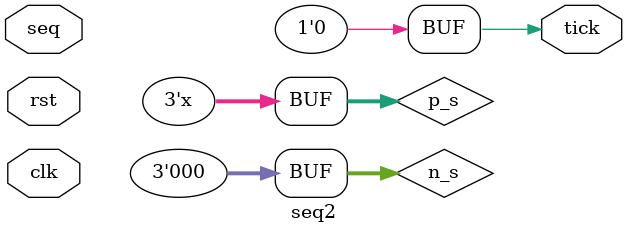
<source format=v>
module seq2(
    input clk,rst,seq,
    output reg tick
    );
localparam a=3'b000;
localparam b=3'b001;
localparam c=3'b010;
localparam d=3'b011;
localparam e=3'b100;
localparam f=3'b101;
localparam g=3'b110;

reg [2:0] p_s,n_s;
always @ (posedge clk,posedge rst)
begin
   if(rst) p_s=a;
	else  p_s=n_s;
end
always @ *
   begin
     p_s=n_s;
     tick=1'b0;
     case(p_s)
       a:if(seq)  n_s=b;
         else n_s=a;	
       b:if(seq)  n_s=c;
         else n_s=a;
       c:if(seq)  n_s=c;
         else n_s=d;
		 d:if(seq)  n_s=e;
         else n_s=a;	
       e:if(seq)  n_s=f;
         else n_s=a;
       f:if(seq)  n_s=c;
         else n_s=g;
       g:if(seq) 
     		 n_s=e;  
			 
         else begin n_s=e; tick=1'b1;
			end
       default:begin
         tick=1'b0;   n_s=a;
        end
     endcase
   end	  

endmodule

</source>
